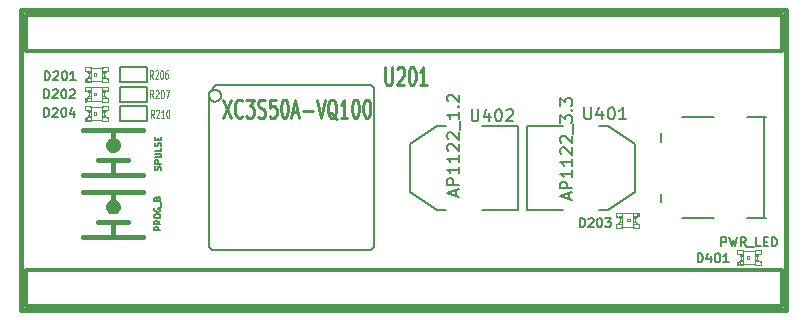
<source format=gto>
G04 (created by PCBNEW-RS274X (2012-01-19 BZR 3256)-stable) date Wed 20 Feb 2013 03:59:13 PM COT*
G01*
G70*
G90*
%MOIN*%
G04 Gerber Fmt 3.4, Leading zero omitted, Abs format*
%FSLAX34Y34*%
G04 APERTURE LIST*
%ADD10C,0.006000*%
%ADD11C,0.015000*%
%ADD12C,0.008000*%
%ADD13C,0.005000*%
%ADD14C,0.002600*%
%ADD15C,0.004000*%
%ADD16C,0.002000*%
%ADD17C,0.012000*%
%ADD18C,0.010000*%
%ADD19C,0.004500*%
%ADD20C,0.005200*%
G04 APERTURE END LIST*
G54D10*
G54D11*
X44250Y-31250D02*
X44250Y-21250D01*
X69750Y-31250D02*
X44250Y-31250D01*
X69750Y-21250D02*
X69750Y-31250D01*
X44250Y-21250D02*
X69750Y-21250D01*
G54D12*
X50900Y-24100D02*
X50896Y-24138D01*
X50884Y-24176D01*
X50866Y-24210D01*
X50841Y-24240D01*
X50811Y-24265D01*
X50777Y-24284D01*
X50740Y-24295D01*
X50701Y-24299D01*
X50663Y-24296D01*
X50626Y-24285D01*
X50591Y-24267D01*
X50561Y-24242D01*
X50535Y-24212D01*
X50517Y-24178D01*
X50505Y-24141D01*
X50501Y-24102D01*
X50504Y-24064D01*
X50515Y-24027D01*
X50532Y-23992D01*
X50557Y-23962D01*
X50586Y-23936D01*
X50620Y-23917D01*
X50658Y-23905D01*
X50696Y-23901D01*
X50734Y-23904D01*
X50772Y-23914D01*
X50807Y-23932D01*
X50837Y-23956D01*
X50863Y-23985D01*
X50882Y-24019D01*
X50895Y-24056D01*
X50899Y-24095D01*
X50900Y-24100D01*
X50750Y-23750D02*
X50500Y-24000D01*
X50600Y-29250D02*
X50500Y-29150D01*
X55900Y-29250D02*
X56000Y-29150D01*
X56000Y-23850D02*
X55900Y-23750D01*
X50500Y-24000D02*
X50500Y-29150D01*
X50600Y-29250D02*
X55900Y-29250D01*
X56000Y-29150D02*
X56000Y-23850D01*
X55900Y-23750D02*
X50750Y-23750D01*
G54D13*
X47550Y-23150D02*
X48450Y-23150D01*
X48450Y-23150D02*
X48450Y-23650D01*
X48450Y-23650D02*
X47550Y-23650D01*
X47550Y-23650D02*
X47550Y-23150D01*
X47550Y-23800D02*
X48450Y-23800D01*
X48450Y-23800D02*
X48450Y-24300D01*
X48450Y-24300D02*
X47550Y-24300D01*
X47550Y-24300D02*
X47550Y-23800D01*
G54D14*
X68304Y-29382D02*
X68304Y-29254D01*
X68304Y-29254D02*
X68107Y-29254D01*
X68107Y-29382D02*
X68107Y-29254D01*
X68304Y-29382D02*
X68107Y-29382D01*
X68304Y-29627D02*
X68304Y-29568D01*
X68304Y-29568D02*
X68205Y-29568D01*
X68205Y-29627D02*
X68205Y-29568D01*
X68304Y-29627D02*
X68205Y-29627D01*
X68304Y-29432D02*
X68304Y-29373D01*
X68304Y-29373D02*
X68205Y-29373D01*
X68205Y-29432D02*
X68205Y-29373D01*
X68304Y-29432D02*
X68205Y-29432D01*
X68304Y-29578D02*
X68304Y-29422D01*
X68304Y-29422D02*
X68235Y-29422D01*
X68235Y-29578D02*
X68235Y-29422D01*
X68304Y-29578D02*
X68235Y-29578D01*
X68893Y-29382D02*
X68893Y-29254D01*
X68893Y-29254D02*
X68696Y-29254D01*
X68696Y-29382D02*
X68696Y-29254D01*
X68893Y-29382D02*
X68696Y-29382D01*
X68893Y-29746D02*
X68893Y-29618D01*
X68893Y-29618D02*
X68696Y-29618D01*
X68696Y-29746D02*
X68696Y-29618D01*
X68893Y-29746D02*
X68696Y-29746D01*
X68795Y-29432D02*
X68795Y-29373D01*
X68795Y-29373D02*
X68696Y-29373D01*
X68696Y-29432D02*
X68696Y-29373D01*
X68795Y-29432D02*
X68696Y-29432D01*
X68795Y-29627D02*
X68795Y-29568D01*
X68795Y-29568D02*
X68696Y-29568D01*
X68696Y-29627D02*
X68696Y-29568D01*
X68795Y-29627D02*
X68696Y-29627D01*
X68765Y-29578D02*
X68765Y-29422D01*
X68765Y-29422D02*
X68696Y-29422D01*
X68696Y-29578D02*
X68696Y-29422D01*
X68765Y-29578D02*
X68696Y-29578D01*
X68500Y-29539D02*
X68500Y-29461D01*
X68500Y-29461D02*
X68422Y-29461D01*
X68422Y-29539D02*
X68422Y-29461D01*
X68500Y-29539D02*
X68422Y-29539D01*
X68304Y-29736D02*
X68304Y-29618D01*
X68304Y-29618D02*
X68186Y-29618D01*
X68186Y-29736D02*
X68186Y-29618D01*
X68304Y-29736D02*
X68186Y-29736D01*
X68136Y-29746D02*
X68136Y-29657D01*
X68136Y-29657D02*
X68107Y-29657D01*
X68107Y-29746D02*
X68107Y-29657D01*
X68136Y-29746D02*
X68107Y-29746D01*
G54D15*
X68294Y-29274D02*
X68706Y-29274D01*
X68696Y-29726D02*
X68136Y-29726D01*
G54D16*
X68194Y-29677D02*
X68193Y-29682D01*
X68191Y-29687D01*
X68189Y-29692D01*
X68185Y-29696D01*
X68181Y-29700D01*
X68176Y-29702D01*
X68171Y-29704D01*
X68166Y-29704D01*
X68161Y-29704D01*
X68156Y-29702D01*
X68151Y-29700D01*
X68147Y-29697D01*
X68143Y-29692D01*
X68141Y-29688D01*
X68139Y-29682D01*
X68139Y-29677D01*
X68139Y-29672D01*
X68140Y-29667D01*
X68143Y-29662D01*
X68146Y-29658D01*
X68151Y-29655D01*
X68155Y-29652D01*
X68160Y-29650D01*
X68166Y-29650D01*
X68170Y-29650D01*
X68176Y-29651D01*
X68181Y-29654D01*
X68185Y-29657D01*
X68188Y-29661D01*
X68191Y-29666D01*
X68193Y-29671D01*
X68193Y-29677D01*
X68194Y-29677D01*
G54D15*
X68107Y-29637D02*
X68118Y-29636D01*
X68130Y-29634D01*
X68142Y-29632D01*
X68153Y-29628D01*
X68164Y-29624D01*
X68175Y-29618D01*
X68185Y-29612D01*
X68195Y-29604D01*
X68203Y-29596D01*
X68211Y-29588D01*
X68219Y-29578D01*
X68225Y-29568D01*
X68231Y-29557D01*
X68235Y-29546D01*
X68239Y-29535D01*
X68241Y-29523D01*
X68243Y-29511D01*
X68244Y-29500D01*
X68243Y-29489D01*
X68241Y-29477D01*
X68239Y-29465D01*
X68235Y-29454D01*
X68231Y-29443D01*
X68225Y-29432D01*
X68219Y-29422D01*
X68211Y-29412D01*
X68203Y-29404D01*
X68195Y-29396D01*
X68185Y-29388D01*
X68175Y-29382D01*
X68164Y-29376D01*
X68153Y-29372D01*
X68142Y-29368D01*
X68130Y-29366D01*
X68118Y-29364D01*
X68107Y-29363D01*
X68893Y-29363D02*
X68882Y-29364D01*
X68870Y-29366D01*
X68858Y-29368D01*
X68847Y-29372D01*
X68836Y-29376D01*
X68825Y-29382D01*
X68815Y-29388D01*
X68805Y-29396D01*
X68797Y-29404D01*
X68789Y-29412D01*
X68781Y-29422D01*
X68775Y-29432D01*
X68769Y-29443D01*
X68765Y-29454D01*
X68761Y-29465D01*
X68759Y-29477D01*
X68757Y-29489D01*
X68756Y-29500D01*
X68757Y-29511D01*
X68759Y-29523D01*
X68761Y-29535D01*
X68765Y-29546D01*
X68769Y-29557D01*
X68775Y-29568D01*
X68781Y-29578D01*
X68789Y-29588D01*
X68797Y-29596D01*
X68805Y-29604D01*
X68815Y-29612D01*
X68825Y-29618D01*
X68836Y-29624D01*
X68847Y-29628D01*
X68858Y-29632D01*
X68870Y-29634D01*
X68882Y-29636D01*
X68893Y-29637D01*
G54D13*
X65552Y-27656D02*
X65552Y-27364D01*
X65564Y-25650D02*
X65564Y-25350D01*
X66260Y-28192D02*
X67320Y-28192D01*
X66260Y-24808D02*
X67320Y-24808D01*
X68996Y-28188D02*
X68996Y-24804D01*
X68420Y-28192D02*
X69080Y-28192D01*
X68420Y-24808D02*
X69080Y-24808D01*
G54D12*
X62300Y-25100D02*
X61100Y-25100D01*
X61100Y-25100D02*
X61100Y-27900D01*
X61100Y-27900D02*
X62300Y-27900D01*
X63500Y-25100D02*
X63800Y-25100D01*
X63800Y-25100D02*
X64700Y-25700D01*
X64700Y-25700D02*
X64700Y-27300D01*
X64700Y-27300D02*
X63800Y-27900D01*
X63800Y-27900D02*
X63500Y-27900D01*
X59600Y-27900D02*
X60800Y-27900D01*
X60800Y-27900D02*
X60800Y-25100D01*
X60800Y-25100D02*
X59600Y-25100D01*
X58400Y-27900D02*
X58100Y-27900D01*
X58100Y-27900D02*
X57200Y-27300D01*
X57200Y-27300D02*
X57200Y-25700D01*
X57200Y-25700D02*
X58100Y-25100D01*
X58100Y-25100D02*
X58400Y-25100D01*
G54D14*
X46554Y-23282D02*
X46554Y-23154D01*
X46554Y-23154D02*
X46357Y-23154D01*
X46357Y-23282D02*
X46357Y-23154D01*
X46554Y-23282D02*
X46357Y-23282D01*
X46554Y-23527D02*
X46554Y-23468D01*
X46554Y-23468D02*
X46455Y-23468D01*
X46455Y-23527D02*
X46455Y-23468D01*
X46554Y-23527D02*
X46455Y-23527D01*
X46554Y-23332D02*
X46554Y-23273D01*
X46554Y-23273D02*
X46455Y-23273D01*
X46455Y-23332D02*
X46455Y-23273D01*
X46554Y-23332D02*
X46455Y-23332D01*
X46554Y-23478D02*
X46554Y-23322D01*
X46554Y-23322D02*
X46485Y-23322D01*
X46485Y-23478D02*
X46485Y-23322D01*
X46554Y-23478D02*
X46485Y-23478D01*
X47143Y-23282D02*
X47143Y-23154D01*
X47143Y-23154D02*
X46946Y-23154D01*
X46946Y-23282D02*
X46946Y-23154D01*
X47143Y-23282D02*
X46946Y-23282D01*
X47143Y-23646D02*
X47143Y-23518D01*
X47143Y-23518D02*
X46946Y-23518D01*
X46946Y-23646D02*
X46946Y-23518D01*
X47143Y-23646D02*
X46946Y-23646D01*
X47045Y-23332D02*
X47045Y-23273D01*
X47045Y-23273D02*
X46946Y-23273D01*
X46946Y-23332D02*
X46946Y-23273D01*
X47045Y-23332D02*
X46946Y-23332D01*
X47045Y-23527D02*
X47045Y-23468D01*
X47045Y-23468D02*
X46946Y-23468D01*
X46946Y-23527D02*
X46946Y-23468D01*
X47045Y-23527D02*
X46946Y-23527D01*
X47015Y-23478D02*
X47015Y-23322D01*
X47015Y-23322D02*
X46946Y-23322D01*
X46946Y-23478D02*
X46946Y-23322D01*
X47015Y-23478D02*
X46946Y-23478D01*
X46750Y-23439D02*
X46750Y-23361D01*
X46750Y-23361D02*
X46672Y-23361D01*
X46672Y-23439D02*
X46672Y-23361D01*
X46750Y-23439D02*
X46672Y-23439D01*
X46554Y-23636D02*
X46554Y-23518D01*
X46554Y-23518D02*
X46436Y-23518D01*
X46436Y-23636D02*
X46436Y-23518D01*
X46554Y-23636D02*
X46436Y-23636D01*
X46386Y-23646D02*
X46386Y-23557D01*
X46386Y-23557D02*
X46357Y-23557D01*
X46357Y-23646D02*
X46357Y-23557D01*
X46386Y-23646D02*
X46357Y-23646D01*
G54D15*
X46544Y-23174D02*
X46956Y-23174D01*
X46946Y-23626D02*
X46386Y-23626D01*
G54D16*
X46444Y-23577D02*
X46443Y-23582D01*
X46441Y-23587D01*
X46439Y-23592D01*
X46435Y-23596D01*
X46431Y-23600D01*
X46426Y-23602D01*
X46421Y-23604D01*
X46416Y-23604D01*
X46411Y-23604D01*
X46406Y-23602D01*
X46401Y-23600D01*
X46397Y-23597D01*
X46393Y-23592D01*
X46391Y-23588D01*
X46389Y-23582D01*
X46389Y-23577D01*
X46389Y-23572D01*
X46390Y-23567D01*
X46393Y-23562D01*
X46396Y-23558D01*
X46401Y-23555D01*
X46405Y-23552D01*
X46410Y-23550D01*
X46416Y-23550D01*
X46420Y-23550D01*
X46426Y-23551D01*
X46431Y-23554D01*
X46435Y-23557D01*
X46438Y-23561D01*
X46441Y-23566D01*
X46443Y-23571D01*
X46443Y-23577D01*
X46444Y-23577D01*
G54D15*
X46357Y-23537D02*
X46368Y-23536D01*
X46380Y-23534D01*
X46392Y-23532D01*
X46403Y-23528D01*
X46414Y-23524D01*
X46425Y-23518D01*
X46435Y-23512D01*
X46445Y-23504D01*
X46453Y-23496D01*
X46461Y-23488D01*
X46469Y-23478D01*
X46475Y-23468D01*
X46481Y-23457D01*
X46485Y-23446D01*
X46489Y-23435D01*
X46491Y-23423D01*
X46493Y-23411D01*
X46494Y-23400D01*
X46493Y-23389D01*
X46491Y-23377D01*
X46489Y-23365D01*
X46485Y-23354D01*
X46481Y-23343D01*
X46475Y-23332D01*
X46469Y-23322D01*
X46461Y-23312D01*
X46453Y-23304D01*
X46445Y-23296D01*
X46435Y-23288D01*
X46425Y-23282D01*
X46414Y-23276D01*
X46403Y-23272D01*
X46392Y-23268D01*
X46380Y-23266D01*
X46368Y-23264D01*
X46357Y-23263D01*
X47143Y-23263D02*
X47132Y-23264D01*
X47120Y-23266D01*
X47108Y-23268D01*
X47097Y-23272D01*
X47086Y-23276D01*
X47075Y-23282D01*
X47065Y-23288D01*
X47055Y-23296D01*
X47047Y-23304D01*
X47039Y-23312D01*
X47031Y-23322D01*
X47025Y-23332D01*
X47019Y-23343D01*
X47015Y-23354D01*
X47011Y-23365D01*
X47009Y-23377D01*
X47007Y-23389D01*
X47006Y-23400D01*
X47007Y-23411D01*
X47009Y-23423D01*
X47011Y-23435D01*
X47015Y-23446D01*
X47019Y-23457D01*
X47025Y-23468D01*
X47031Y-23478D01*
X47039Y-23488D01*
X47047Y-23496D01*
X47055Y-23504D01*
X47065Y-23512D01*
X47075Y-23518D01*
X47086Y-23524D01*
X47097Y-23528D01*
X47108Y-23532D01*
X47120Y-23534D01*
X47132Y-23536D01*
X47143Y-23537D01*
G54D14*
X46554Y-23932D02*
X46554Y-23804D01*
X46554Y-23804D02*
X46357Y-23804D01*
X46357Y-23932D02*
X46357Y-23804D01*
X46554Y-23932D02*
X46357Y-23932D01*
X46554Y-24177D02*
X46554Y-24118D01*
X46554Y-24118D02*
X46455Y-24118D01*
X46455Y-24177D02*
X46455Y-24118D01*
X46554Y-24177D02*
X46455Y-24177D01*
X46554Y-23982D02*
X46554Y-23923D01*
X46554Y-23923D02*
X46455Y-23923D01*
X46455Y-23982D02*
X46455Y-23923D01*
X46554Y-23982D02*
X46455Y-23982D01*
X46554Y-24128D02*
X46554Y-23972D01*
X46554Y-23972D02*
X46485Y-23972D01*
X46485Y-24128D02*
X46485Y-23972D01*
X46554Y-24128D02*
X46485Y-24128D01*
X47143Y-23932D02*
X47143Y-23804D01*
X47143Y-23804D02*
X46946Y-23804D01*
X46946Y-23932D02*
X46946Y-23804D01*
X47143Y-23932D02*
X46946Y-23932D01*
X47143Y-24296D02*
X47143Y-24168D01*
X47143Y-24168D02*
X46946Y-24168D01*
X46946Y-24296D02*
X46946Y-24168D01*
X47143Y-24296D02*
X46946Y-24296D01*
X47045Y-23982D02*
X47045Y-23923D01*
X47045Y-23923D02*
X46946Y-23923D01*
X46946Y-23982D02*
X46946Y-23923D01*
X47045Y-23982D02*
X46946Y-23982D01*
X47045Y-24177D02*
X47045Y-24118D01*
X47045Y-24118D02*
X46946Y-24118D01*
X46946Y-24177D02*
X46946Y-24118D01*
X47045Y-24177D02*
X46946Y-24177D01*
X47015Y-24128D02*
X47015Y-23972D01*
X47015Y-23972D02*
X46946Y-23972D01*
X46946Y-24128D02*
X46946Y-23972D01*
X47015Y-24128D02*
X46946Y-24128D01*
X46750Y-24089D02*
X46750Y-24011D01*
X46750Y-24011D02*
X46672Y-24011D01*
X46672Y-24089D02*
X46672Y-24011D01*
X46750Y-24089D02*
X46672Y-24089D01*
X46554Y-24286D02*
X46554Y-24168D01*
X46554Y-24168D02*
X46436Y-24168D01*
X46436Y-24286D02*
X46436Y-24168D01*
X46554Y-24286D02*
X46436Y-24286D01*
X46386Y-24296D02*
X46386Y-24207D01*
X46386Y-24207D02*
X46357Y-24207D01*
X46357Y-24296D02*
X46357Y-24207D01*
X46386Y-24296D02*
X46357Y-24296D01*
G54D15*
X46544Y-23824D02*
X46956Y-23824D01*
X46946Y-24276D02*
X46386Y-24276D01*
G54D16*
X46444Y-24227D02*
X46443Y-24232D01*
X46441Y-24237D01*
X46439Y-24242D01*
X46435Y-24246D01*
X46431Y-24250D01*
X46426Y-24252D01*
X46421Y-24254D01*
X46416Y-24254D01*
X46411Y-24254D01*
X46406Y-24252D01*
X46401Y-24250D01*
X46397Y-24247D01*
X46393Y-24242D01*
X46391Y-24238D01*
X46389Y-24232D01*
X46389Y-24227D01*
X46389Y-24222D01*
X46390Y-24217D01*
X46393Y-24212D01*
X46396Y-24208D01*
X46401Y-24205D01*
X46405Y-24202D01*
X46410Y-24200D01*
X46416Y-24200D01*
X46420Y-24200D01*
X46426Y-24201D01*
X46431Y-24204D01*
X46435Y-24207D01*
X46438Y-24211D01*
X46441Y-24216D01*
X46443Y-24221D01*
X46443Y-24227D01*
X46444Y-24227D01*
G54D15*
X46357Y-24187D02*
X46368Y-24186D01*
X46380Y-24184D01*
X46392Y-24182D01*
X46403Y-24178D01*
X46414Y-24174D01*
X46425Y-24168D01*
X46435Y-24162D01*
X46445Y-24154D01*
X46453Y-24146D01*
X46461Y-24138D01*
X46469Y-24128D01*
X46475Y-24118D01*
X46481Y-24107D01*
X46485Y-24096D01*
X46489Y-24085D01*
X46491Y-24073D01*
X46493Y-24061D01*
X46494Y-24050D01*
X46493Y-24039D01*
X46491Y-24027D01*
X46489Y-24015D01*
X46485Y-24004D01*
X46481Y-23993D01*
X46475Y-23982D01*
X46469Y-23972D01*
X46461Y-23962D01*
X46453Y-23954D01*
X46445Y-23946D01*
X46435Y-23938D01*
X46425Y-23932D01*
X46414Y-23926D01*
X46403Y-23922D01*
X46392Y-23918D01*
X46380Y-23916D01*
X46368Y-23914D01*
X46357Y-23913D01*
X47143Y-23913D02*
X47132Y-23914D01*
X47120Y-23916D01*
X47108Y-23918D01*
X47097Y-23922D01*
X47086Y-23926D01*
X47075Y-23932D01*
X47065Y-23938D01*
X47055Y-23946D01*
X47047Y-23954D01*
X47039Y-23962D01*
X47031Y-23972D01*
X47025Y-23982D01*
X47019Y-23993D01*
X47015Y-24004D01*
X47011Y-24015D01*
X47009Y-24027D01*
X47007Y-24039D01*
X47006Y-24050D01*
X47007Y-24061D01*
X47009Y-24073D01*
X47011Y-24085D01*
X47015Y-24096D01*
X47019Y-24107D01*
X47025Y-24118D01*
X47031Y-24128D01*
X47039Y-24138D01*
X47047Y-24146D01*
X47055Y-24154D01*
X47065Y-24162D01*
X47075Y-24168D01*
X47086Y-24174D01*
X47097Y-24178D01*
X47108Y-24182D01*
X47120Y-24184D01*
X47132Y-24186D01*
X47143Y-24187D01*
G54D14*
X64646Y-28368D02*
X64646Y-28496D01*
X64646Y-28496D02*
X64843Y-28496D01*
X64843Y-28368D02*
X64843Y-28496D01*
X64646Y-28368D02*
X64843Y-28368D01*
X64646Y-28123D02*
X64646Y-28182D01*
X64646Y-28182D02*
X64745Y-28182D01*
X64745Y-28123D02*
X64745Y-28182D01*
X64646Y-28123D02*
X64745Y-28123D01*
X64646Y-28318D02*
X64646Y-28377D01*
X64646Y-28377D02*
X64745Y-28377D01*
X64745Y-28318D02*
X64745Y-28377D01*
X64646Y-28318D02*
X64745Y-28318D01*
X64646Y-28172D02*
X64646Y-28328D01*
X64646Y-28328D02*
X64715Y-28328D01*
X64715Y-28172D02*
X64715Y-28328D01*
X64646Y-28172D02*
X64715Y-28172D01*
X64057Y-28368D02*
X64057Y-28496D01*
X64057Y-28496D02*
X64254Y-28496D01*
X64254Y-28368D02*
X64254Y-28496D01*
X64057Y-28368D02*
X64254Y-28368D01*
X64057Y-28004D02*
X64057Y-28132D01*
X64057Y-28132D02*
X64254Y-28132D01*
X64254Y-28004D02*
X64254Y-28132D01*
X64057Y-28004D02*
X64254Y-28004D01*
X64155Y-28318D02*
X64155Y-28377D01*
X64155Y-28377D02*
X64254Y-28377D01*
X64254Y-28318D02*
X64254Y-28377D01*
X64155Y-28318D02*
X64254Y-28318D01*
X64155Y-28123D02*
X64155Y-28182D01*
X64155Y-28182D02*
X64254Y-28182D01*
X64254Y-28123D02*
X64254Y-28182D01*
X64155Y-28123D02*
X64254Y-28123D01*
X64185Y-28172D02*
X64185Y-28328D01*
X64185Y-28328D02*
X64254Y-28328D01*
X64254Y-28172D02*
X64254Y-28328D01*
X64185Y-28172D02*
X64254Y-28172D01*
X64450Y-28211D02*
X64450Y-28289D01*
X64450Y-28289D02*
X64528Y-28289D01*
X64528Y-28211D02*
X64528Y-28289D01*
X64450Y-28211D02*
X64528Y-28211D01*
X64646Y-28014D02*
X64646Y-28132D01*
X64646Y-28132D02*
X64764Y-28132D01*
X64764Y-28014D02*
X64764Y-28132D01*
X64646Y-28014D02*
X64764Y-28014D01*
X64814Y-28004D02*
X64814Y-28093D01*
X64814Y-28093D02*
X64843Y-28093D01*
X64843Y-28004D02*
X64843Y-28093D01*
X64814Y-28004D02*
X64843Y-28004D01*
G54D15*
X64656Y-28476D02*
X64244Y-28476D01*
X64254Y-28024D02*
X64814Y-28024D01*
G54D16*
X64812Y-28073D02*
X64811Y-28078D01*
X64809Y-28083D01*
X64807Y-28088D01*
X64803Y-28092D01*
X64799Y-28096D01*
X64794Y-28098D01*
X64789Y-28100D01*
X64784Y-28100D01*
X64779Y-28100D01*
X64774Y-28098D01*
X64769Y-28096D01*
X64765Y-28093D01*
X64761Y-28088D01*
X64759Y-28084D01*
X64757Y-28078D01*
X64757Y-28073D01*
X64757Y-28068D01*
X64758Y-28063D01*
X64761Y-28058D01*
X64764Y-28054D01*
X64769Y-28051D01*
X64773Y-28048D01*
X64778Y-28046D01*
X64784Y-28046D01*
X64788Y-28046D01*
X64794Y-28047D01*
X64799Y-28050D01*
X64803Y-28053D01*
X64806Y-28057D01*
X64809Y-28062D01*
X64811Y-28067D01*
X64811Y-28073D01*
X64812Y-28073D01*
G54D15*
X64843Y-28113D02*
X64832Y-28114D01*
X64820Y-28116D01*
X64808Y-28118D01*
X64797Y-28122D01*
X64786Y-28126D01*
X64775Y-28132D01*
X64765Y-28138D01*
X64755Y-28146D01*
X64747Y-28154D01*
X64739Y-28162D01*
X64731Y-28172D01*
X64725Y-28182D01*
X64719Y-28193D01*
X64715Y-28204D01*
X64711Y-28215D01*
X64709Y-28227D01*
X64707Y-28239D01*
X64706Y-28250D01*
X64707Y-28261D01*
X64709Y-28273D01*
X64711Y-28285D01*
X64715Y-28296D01*
X64719Y-28307D01*
X64725Y-28318D01*
X64731Y-28328D01*
X64739Y-28338D01*
X64747Y-28346D01*
X64755Y-28354D01*
X64765Y-28362D01*
X64775Y-28368D01*
X64786Y-28374D01*
X64797Y-28378D01*
X64808Y-28382D01*
X64820Y-28384D01*
X64832Y-28386D01*
X64843Y-28387D01*
X64057Y-28387D02*
X64068Y-28386D01*
X64080Y-28384D01*
X64092Y-28382D01*
X64103Y-28378D01*
X64114Y-28374D01*
X64125Y-28368D01*
X64135Y-28362D01*
X64145Y-28354D01*
X64153Y-28346D01*
X64161Y-28338D01*
X64169Y-28328D01*
X64175Y-28318D01*
X64181Y-28307D01*
X64185Y-28296D01*
X64189Y-28285D01*
X64191Y-28273D01*
X64193Y-28261D01*
X64194Y-28250D01*
X64193Y-28239D01*
X64191Y-28227D01*
X64189Y-28215D01*
X64185Y-28204D01*
X64181Y-28193D01*
X64175Y-28182D01*
X64169Y-28172D01*
X64161Y-28162D01*
X64153Y-28154D01*
X64145Y-28146D01*
X64135Y-28138D01*
X64125Y-28132D01*
X64114Y-28126D01*
X64103Y-28122D01*
X64092Y-28118D01*
X64080Y-28116D01*
X64068Y-28114D01*
X64057Y-28113D01*
G54D17*
X69600Y-22600D02*
X44400Y-22600D01*
X69600Y-22600D02*
X69600Y-21400D01*
X69600Y-21400D02*
X44400Y-21400D01*
X44400Y-22600D02*
X44400Y-21400D01*
X69600Y-31100D02*
X44400Y-31100D01*
X69600Y-31100D02*
X69600Y-29900D01*
X69600Y-29900D02*
X44400Y-29900D01*
X44400Y-31100D02*
X44400Y-29900D01*
G54D13*
X47550Y-24450D02*
X48450Y-24450D01*
X48450Y-24450D02*
X48450Y-24950D01*
X48450Y-24950D02*
X47550Y-24950D01*
X47550Y-24950D02*
X47550Y-24450D01*
G54D14*
X46554Y-24582D02*
X46554Y-24454D01*
X46554Y-24454D02*
X46357Y-24454D01*
X46357Y-24582D02*
X46357Y-24454D01*
X46554Y-24582D02*
X46357Y-24582D01*
X46554Y-24827D02*
X46554Y-24768D01*
X46554Y-24768D02*
X46455Y-24768D01*
X46455Y-24827D02*
X46455Y-24768D01*
X46554Y-24827D02*
X46455Y-24827D01*
X46554Y-24632D02*
X46554Y-24573D01*
X46554Y-24573D02*
X46455Y-24573D01*
X46455Y-24632D02*
X46455Y-24573D01*
X46554Y-24632D02*
X46455Y-24632D01*
X46554Y-24778D02*
X46554Y-24622D01*
X46554Y-24622D02*
X46485Y-24622D01*
X46485Y-24778D02*
X46485Y-24622D01*
X46554Y-24778D02*
X46485Y-24778D01*
X47143Y-24582D02*
X47143Y-24454D01*
X47143Y-24454D02*
X46946Y-24454D01*
X46946Y-24582D02*
X46946Y-24454D01*
X47143Y-24582D02*
X46946Y-24582D01*
X47143Y-24946D02*
X47143Y-24818D01*
X47143Y-24818D02*
X46946Y-24818D01*
X46946Y-24946D02*
X46946Y-24818D01*
X47143Y-24946D02*
X46946Y-24946D01*
X47045Y-24632D02*
X47045Y-24573D01*
X47045Y-24573D02*
X46946Y-24573D01*
X46946Y-24632D02*
X46946Y-24573D01*
X47045Y-24632D02*
X46946Y-24632D01*
X47045Y-24827D02*
X47045Y-24768D01*
X47045Y-24768D02*
X46946Y-24768D01*
X46946Y-24827D02*
X46946Y-24768D01*
X47045Y-24827D02*
X46946Y-24827D01*
X47015Y-24778D02*
X47015Y-24622D01*
X47015Y-24622D02*
X46946Y-24622D01*
X46946Y-24778D02*
X46946Y-24622D01*
X47015Y-24778D02*
X46946Y-24778D01*
X46750Y-24739D02*
X46750Y-24661D01*
X46750Y-24661D02*
X46672Y-24661D01*
X46672Y-24739D02*
X46672Y-24661D01*
X46750Y-24739D02*
X46672Y-24739D01*
X46554Y-24936D02*
X46554Y-24818D01*
X46554Y-24818D02*
X46436Y-24818D01*
X46436Y-24936D02*
X46436Y-24818D01*
X46554Y-24936D02*
X46436Y-24936D01*
X46386Y-24946D02*
X46386Y-24857D01*
X46386Y-24857D02*
X46357Y-24857D01*
X46357Y-24946D02*
X46357Y-24857D01*
X46386Y-24946D02*
X46357Y-24946D01*
G54D15*
X46544Y-24474D02*
X46956Y-24474D01*
X46946Y-24926D02*
X46386Y-24926D01*
G54D16*
X46444Y-24877D02*
X46443Y-24882D01*
X46441Y-24887D01*
X46439Y-24892D01*
X46435Y-24896D01*
X46431Y-24900D01*
X46426Y-24902D01*
X46421Y-24904D01*
X46416Y-24904D01*
X46411Y-24904D01*
X46406Y-24902D01*
X46401Y-24900D01*
X46397Y-24897D01*
X46393Y-24892D01*
X46391Y-24888D01*
X46389Y-24882D01*
X46389Y-24877D01*
X46389Y-24872D01*
X46390Y-24867D01*
X46393Y-24862D01*
X46396Y-24858D01*
X46401Y-24855D01*
X46405Y-24852D01*
X46410Y-24850D01*
X46416Y-24850D01*
X46420Y-24850D01*
X46426Y-24851D01*
X46431Y-24854D01*
X46435Y-24857D01*
X46438Y-24861D01*
X46441Y-24866D01*
X46443Y-24871D01*
X46443Y-24877D01*
X46444Y-24877D01*
G54D15*
X46357Y-24837D02*
X46368Y-24836D01*
X46380Y-24834D01*
X46392Y-24832D01*
X46403Y-24828D01*
X46414Y-24824D01*
X46425Y-24818D01*
X46435Y-24812D01*
X46445Y-24804D01*
X46453Y-24796D01*
X46461Y-24788D01*
X46469Y-24778D01*
X46475Y-24768D01*
X46481Y-24757D01*
X46485Y-24746D01*
X46489Y-24735D01*
X46491Y-24723D01*
X46493Y-24711D01*
X46494Y-24700D01*
X46493Y-24689D01*
X46491Y-24677D01*
X46489Y-24665D01*
X46485Y-24654D01*
X46481Y-24643D01*
X46475Y-24632D01*
X46469Y-24622D01*
X46461Y-24612D01*
X46453Y-24604D01*
X46445Y-24596D01*
X46435Y-24588D01*
X46425Y-24582D01*
X46414Y-24576D01*
X46403Y-24572D01*
X46392Y-24568D01*
X46380Y-24566D01*
X46368Y-24564D01*
X46357Y-24563D01*
X47143Y-24563D02*
X47132Y-24564D01*
X47120Y-24566D01*
X47108Y-24568D01*
X47097Y-24572D01*
X47086Y-24576D01*
X47075Y-24582D01*
X47065Y-24588D01*
X47055Y-24596D01*
X47047Y-24604D01*
X47039Y-24612D01*
X47031Y-24622D01*
X47025Y-24632D01*
X47019Y-24643D01*
X47015Y-24654D01*
X47011Y-24665D01*
X47009Y-24677D01*
X47007Y-24689D01*
X47006Y-24700D01*
X47007Y-24711D01*
X47009Y-24723D01*
X47011Y-24735D01*
X47015Y-24746D01*
X47019Y-24757D01*
X47025Y-24768D01*
X47031Y-24778D01*
X47039Y-24788D01*
X47047Y-24796D01*
X47055Y-24804D01*
X47065Y-24812D01*
X47075Y-24818D01*
X47086Y-24824D01*
X47097Y-24828D01*
X47108Y-24832D01*
X47120Y-24834D01*
X47132Y-24836D01*
X47143Y-24837D01*
G54D11*
X47458Y-25750D02*
X47454Y-25780D01*
X47446Y-25810D01*
X47431Y-25837D01*
X47412Y-25861D01*
X47388Y-25880D01*
X47361Y-25895D01*
X47331Y-25904D01*
X47301Y-25907D01*
X47271Y-25905D01*
X47241Y-25896D01*
X47214Y-25882D01*
X47190Y-25862D01*
X47170Y-25839D01*
X47155Y-25812D01*
X47146Y-25782D01*
X47143Y-25752D01*
X47145Y-25722D01*
X47154Y-25692D01*
X47168Y-25665D01*
X47187Y-25641D01*
X47210Y-25621D01*
X47237Y-25606D01*
X47267Y-25596D01*
X47297Y-25593D01*
X47327Y-25595D01*
X47357Y-25603D01*
X47384Y-25617D01*
X47408Y-25636D01*
X47429Y-25659D01*
X47444Y-25686D01*
X47454Y-25715D01*
X47457Y-25746D01*
X47458Y-25750D01*
X46800Y-26250D02*
X47800Y-26250D01*
X47300Y-25250D02*
X47300Y-25750D01*
X47300Y-26750D02*
X47300Y-26250D01*
X46300Y-25250D02*
X48300Y-25250D01*
X46300Y-26750D02*
X48300Y-26750D01*
X47458Y-27800D02*
X47454Y-27830D01*
X47446Y-27860D01*
X47431Y-27887D01*
X47412Y-27911D01*
X47388Y-27930D01*
X47361Y-27945D01*
X47331Y-27954D01*
X47301Y-27957D01*
X47271Y-27955D01*
X47241Y-27946D01*
X47214Y-27932D01*
X47190Y-27912D01*
X47170Y-27889D01*
X47155Y-27862D01*
X47146Y-27832D01*
X47143Y-27802D01*
X47145Y-27772D01*
X47154Y-27742D01*
X47168Y-27715D01*
X47187Y-27691D01*
X47210Y-27671D01*
X47237Y-27656D01*
X47267Y-27646D01*
X47297Y-27643D01*
X47327Y-27645D01*
X47357Y-27653D01*
X47384Y-27667D01*
X47408Y-27686D01*
X47429Y-27709D01*
X47444Y-27736D01*
X47454Y-27765D01*
X47457Y-27796D01*
X47458Y-27800D01*
X46800Y-28300D02*
X47800Y-28300D01*
X47300Y-27300D02*
X47300Y-27800D01*
X47300Y-28800D02*
X47300Y-28300D01*
X46300Y-27300D02*
X48300Y-27300D01*
X46300Y-28800D02*
X48300Y-28800D01*
G54D18*
X56374Y-23143D02*
X56374Y-23629D01*
X56393Y-23686D01*
X56412Y-23714D01*
X56450Y-23743D01*
X56527Y-23743D01*
X56565Y-23714D01*
X56584Y-23686D01*
X56603Y-23629D01*
X56603Y-23143D01*
X56774Y-23200D02*
X56793Y-23171D01*
X56831Y-23143D01*
X56927Y-23143D01*
X56965Y-23171D01*
X56984Y-23200D01*
X57003Y-23257D01*
X57003Y-23314D01*
X56984Y-23400D01*
X56755Y-23743D01*
X57003Y-23743D01*
X57250Y-23143D02*
X57289Y-23143D01*
X57327Y-23171D01*
X57346Y-23200D01*
X57365Y-23257D01*
X57384Y-23371D01*
X57384Y-23514D01*
X57365Y-23629D01*
X57346Y-23686D01*
X57327Y-23714D01*
X57289Y-23743D01*
X57250Y-23743D01*
X57212Y-23714D01*
X57193Y-23686D01*
X57174Y-23629D01*
X57155Y-23514D01*
X57155Y-23371D01*
X57174Y-23257D01*
X57193Y-23200D01*
X57212Y-23171D01*
X57250Y-23143D01*
X57765Y-23743D02*
X57536Y-23743D01*
X57650Y-23743D02*
X57650Y-23143D01*
X57612Y-23229D01*
X57574Y-23286D01*
X57536Y-23314D01*
X50963Y-24233D02*
X51230Y-24833D01*
X51230Y-24233D02*
X50963Y-24833D01*
X51611Y-24776D02*
X51592Y-24804D01*
X51535Y-24833D01*
X51497Y-24833D01*
X51439Y-24804D01*
X51401Y-24747D01*
X51382Y-24690D01*
X51363Y-24576D01*
X51363Y-24490D01*
X51382Y-24376D01*
X51401Y-24319D01*
X51439Y-24261D01*
X51497Y-24233D01*
X51535Y-24233D01*
X51592Y-24261D01*
X51611Y-24290D01*
X51744Y-24233D02*
X51992Y-24233D01*
X51858Y-24461D01*
X51916Y-24461D01*
X51954Y-24490D01*
X51973Y-24519D01*
X51992Y-24576D01*
X51992Y-24719D01*
X51973Y-24776D01*
X51954Y-24804D01*
X51916Y-24833D01*
X51801Y-24833D01*
X51763Y-24804D01*
X51744Y-24776D01*
X52144Y-24804D02*
X52201Y-24833D01*
X52297Y-24833D01*
X52335Y-24804D01*
X52354Y-24776D01*
X52373Y-24719D01*
X52373Y-24661D01*
X52354Y-24604D01*
X52335Y-24576D01*
X52297Y-24547D01*
X52220Y-24519D01*
X52182Y-24490D01*
X52163Y-24461D01*
X52144Y-24404D01*
X52144Y-24347D01*
X52163Y-24290D01*
X52182Y-24261D01*
X52220Y-24233D01*
X52316Y-24233D01*
X52373Y-24261D01*
X52735Y-24233D02*
X52544Y-24233D01*
X52525Y-24519D01*
X52544Y-24490D01*
X52582Y-24461D01*
X52678Y-24461D01*
X52716Y-24490D01*
X52735Y-24519D01*
X52754Y-24576D01*
X52754Y-24719D01*
X52735Y-24776D01*
X52716Y-24804D01*
X52678Y-24833D01*
X52582Y-24833D01*
X52544Y-24804D01*
X52525Y-24776D01*
X53001Y-24233D02*
X53040Y-24233D01*
X53078Y-24261D01*
X53097Y-24290D01*
X53116Y-24347D01*
X53135Y-24461D01*
X53135Y-24604D01*
X53116Y-24719D01*
X53097Y-24776D01*
X53078Y-24804D01*
X53040Y-24833D01*
X53001Y-24833D01*
X52963Y-24804D01*
X52944Y-24776D01*
X52925Y-24719D01*
X52906Y-24604D01*
X52906Y-24461D01*
X52925Y-24347D01*
X52944Y-24290D01*
X52963Y-24261D01*
X53001Y-24233D01*
X53287Y-24661D02*
X53478Y-24661D01*
X53249Y-24833D02*
X53382Y-24233D01*
X53516Y-24833D01*
X53649Y-24604D02*
X53954Y-24604D01*
X54087Y-24233D02*
X54220Y-24833D01*
X54354Y-24233D01*
X54754Y-24890D02*
X54716Y-24861D01*
X54678Y-24804D01*
X54621Y-24719D01*
X54582Y-24690D01*
X54544Y-24690D01*
X54563Y-24833D02*
X54525Y-24804D01*
X54487Y-24747D01*
X54468Y-24633D01*
X54468Y-24433D01*
X54487Y-24319D01*
X54525Y-24261D01*
X54563Y-24233D01*
X54640Y-24233D01*
X54678Y-24261D01*
X54716Y-24319D01*
X54735Y-24433D01*
X54735Y-24633D01*
X54716Y-24747D01*
X54678Y-24804D01*
X54640Y-24833D01*
X54563Y-24833D01*
X55116Y-24833D02*
X54887Y-24833D01*
X55001Y-24833D02*
X55001Y-24233D01*
X54963Y-24319D01*
X54925Y-24376D01*
X54887Y-24404D01*
X55363Y-24233D02*
X55402Y-24233D01*
X55440Y-24261D01*
X55459Y-24290D01*
X55478Y-24347D01*
X55497Y-24461D01*
X55497Y-24604D01*
X55478Y-24719D01*
X55459Y-24776D01*
X55440Y-24804D01*
X55402Y-24833D01*
X55363Y-24833D01*
X55325Y-24804D01*
X55306Y-24776D01*
X55287Y-24719D01*
X55268Y-24604D01*
X55268Y-24461D01*
X55287Y-24347D01*
X55306Y-24290D01*
X55325Y-24261D01*
X55363Y-24233D01*
X55744Y-24233D02*
X55783Y-24233D01*
X55821Y-24261D01*
X55840Y-24290D01*
X55859Y-24347D01*
X55878Y-24461D01*
X55878Y-24604D01*
X55859Y-24719D01*
X55840Y-24776D01*
X55821Y-24804D01*
X55783Y-24833D01*
X55744Y-24833D01*
X55706Y-24804D01*
X55687Y-24776D01*
X55668Y-24719D01*
X55649Y-24604D01*
X55649Y-24461D01*
X55668Y-24347D01*
X55687Y-24290D01*
X55706Y-24261D01*
X55744Y-24233D01*
G54D19*
X48630Y-23533D02*
X48570Y-23400D01*
X48527Y-23533D02*
X48527Y-23253D01*
X48595Y-23253D01*
X48613Y-23267D01*
X48621Y-23280D01*
X48630Y-23307D01*
X48630Y-23347D01*
X48621Y-23373D01*
X48613Y-23387D01*
X48595Y-23400D01*
X48527Y-23400D01*
X48698Y-23280D02*
X48707Y-23267D01*
X48724Y-23253D01*
X48767Y-23253D01*
X48784Y-23267D01*
X48793Y-23280D01*
X48801Y-23307D01*
X48801Y-23333D01*
X48793Y-23373D01*
X48690Y-23533D01*
X48801Y-23533D01*
X48912Y-23253D02*
X48929Y-23253D01*
X48946Y-23267D01*
X48955Y-23280D01*
X48964Y-23307D01*
X48972Y-23360D01*
X48972Y-23427D01*
X48964Y-23480D01*
X48955Y-23507D01*
X48946Y-23520D01*
X48929Y-23533D01*
X48912Y-23533D01*
X48895Y-23520D01*
X48886Y-23507D01*
X48878Y-23480D01*
X48869Y-23427D01*
X48869Y-23360D01*
X48878Y-23307D01*
X48886Y-23280D01*
X48895Y-23267D01*
X48912Y-23253D01*
X49126Y-23253D02*
X49092Y-23253D01*
X49075Y-23267D01*
X49066Y-23280D01*
X49049Y-23320D01*
X49040Y-23373D01*
X49040Y-23480D01*
X49049Y-23507D01*
X49057Y-23520D01*
X49075Y-23533D01*
X49109Y-23533D01*
X49126Y-23520D01*
X49135Y-23507D01*
X49143Y-23480D01*
X49143Y-23413D01*
X49135Y-23387D01*
X49126Y-23373D01*
X49109Y-23360D01*
X49075Y-23360D01*
X49057Y-23373D01*
X49049Y-23387D01*
X49040Y-23413D01*
X48650Y-24193D02*
X48590Y-24060D01*
X48547Y-24193D02*
X48547Y-23913D01*
X48615Y-23913D01*
X48633Y-23927D01*
X48641Y-23940D01*
X48650Y-23967D01*
X48650Y-24007D01*
X48641Y-24033D01*
X48633Y-24047D01*
X48615Y-24060D01*
X48547Y-24060D01*
X48718Y-23940D02*
X48727Y-23927D01*
X48744Y-23913D01*
X48787Y-23913D01*
X48804Y-23927D01*
X48813Y-23940D01*
X48821Y-23967D01*
X48821Y-23993D01*
X48813Y-24033D01*
X48710Y-24193D01*
X48821Y-24193D01*
X48932Y-23913D02*
X48949Y-23913D01*
X48966Y-23927D01*
X48975Y-23940D01*
X48984Y-23967D01*
X48992Y-24020D01*
X48992Y-24087D01*
X48984Y-24140D01*
X48975Y-24167D01*
X48966Y-24180D01*
X48949Y-24193D01*
X48932Y-24193D01*
X48915Y-24180D01*
X48906Y-24167D01*
X48898Y-24140D01*
X48889Y-24087D01*
X48889Y-24020D01*
X48898Y-23967D01*
X48906Y-23940D01*
X48915Y-23927D01*
X48932Y-23913D01*
X49052Y-23913D02*
X49172Y-23913D01*
X49095Y-24193D01*
G54D13*
X66792Y-29661D02*
X66792Y-29361D01*
X66864Y-29361D01*
X66907Y-29376D01*
X66935Y-29404D01*
X66950Y-29433D01*
X66964Y-29490D01*
X66964Y-29533D01*
X66950Y-29590D01*
X66935Y-29619D01*
X66907Y-29647D01*
X66864Y-29661D01*
X66792Y-29661D01*
X67221Y-29461D02*
X67221Y-29661D01*
X67150Y-29347D02*
X67078Y-29561D01*
X67264Y-29561D01*
X67436Y-29361D02*
X67464Y-29361D01*
X67493Y-29376D01*
X67507Y-29390D01*
X67521Y-29419D01*
X67536Y-29476D01*
X67536Y-29547D01*
X67521Y-29604D01*
X67507Y-29633D01*
X67493Y-29647D01*
X67464Y-29661D01*
X67436Y-29661D01*
X67407Y-29647D01*
X67393Y-29633D01*
X67378Y-29604D01*
X67364Y-29547D01*
X67364Y-29476D01*
X67378Y-29419D01*
X67393Y-29390D01*
X67407Y-29376D01*
X67436Y-29361D01*
X67822Y-29661D02*
X67650Y-29661D01*
X67736Y-29661D02*
X67736Y-29361D01*
X67707Y-29404D01*
X67679Y-29433D01*
X67650Y-29447D01*
X67578Y-29121D02*
X67578Y-28821D01*
X67693Y-28821D01*
X67721Y-28836D01*
X67736Y-28850D01*
X67750Y-28879D01*
X67750Y-28921D01*
X67736Y-28950D01*
X67721Y-28964D01*
X67693Y-28979D01*
X67578Y-28979D01*
X67850Y-28821D02*
X67921Y-29121D01*
X67978Y-28907D01*
X68036Y-29121D01*
X68107Y-28821D01*
X68393Y-29121D02*
X68293Y-28979D01*
X68221Y-29121D02*
X68221Y-28821D01*
X68336Y-28821D01*
X68364Y-28836D01*
X68379Y-28850D01*
X68393Y-28879D01*
X68393Y-28921D01*
X68379Y-28950D01*
X68364Y-28964D01*
X68336Y-28979D01*
X68221Y-28979D01*
X68450Y-29150D02*
X68679Y-29150D01*
X68893Y-29121D02*
X68750Y-29121D01*
X68750Y-28821D01*
X68993Y-28964D02*
X69093Y-28964D01*
X69136Y-29121D02*
X68993Y-29121D01*
X68993Y-28821D01*
X69136Y-28821D01*
X69264Y-29121D02*
X69264Y-28821D01*
X69336Y-28821D01*
X69379Y-28836D01*
X69407Y-28864D01*
X69422Y-28893D01*
X69436Y-28950D01*
X69436Y-28993D01*
X69422Y-29050D01*
X69407Y-29079D01*
X69379Y-29107D01*
X69336Y-29121D01*
X69264Y-29121D01*
G54D12*
X63014Y-24492D02*
X63014Y-24816D01*
X63033Y-24854D01*
X63052Y-24873D01*
X63090Y-24892D01*
X63167Y-24892D01*
X63205Y-24873D01*
X63224Y-24854D01*
X63243Y-24816D01*
X63243Y-24492D01*
X63605Y-24625D02*
X63605Y-24892D01*
X63509Y-24473D02*
X63414Y-24759D01*
X63662Y-24759D01*
X63890Y-24492D02*
X63929Y-24492D01*
X63967Y-24511D01*
X63986Y-24530D01*
X64005Y-24568D01*
X64024Y-24644D01*
X64024Y-24740D01*
X64005Y-24816D01*
X63986Y-24854D01*
X63967Y-24873D01*
X63929Y-24892D01*
X63890Y-24892D01*
X63852Y-24873D01*
X63833Y-24854D01*
X63814Y-24816D01*
X63795Y-24740D01*
X63795Y-24644D01*
X63814Y-24568D01*
X63833Y-24530D01*
X63852Y-24511D01*
X63890Y-24492D01*
X64405Y-24892D02*
X64176Y-24892D01*
X64290Y-24892D02*
X64290Y-24492D01*
X64252Y-24549D01*
X64214Y-24587D01*
X64176Y-24606D01*
X62498Y-27556D02*
X62498Y-27365D01*
X62612Y-27594D02*
X62212Y-27461D01*
X62612Y-27327D01*
X62612Y-27194D02*
X62212Y-27194D01*
X62212Y-27041D01*
X62231Y-27003D01*
X62250Y-26984D01*
X62288Y-26965D01*
X62345Y-26965D01*
X62383Y-26984D01*
X62402Y-27003D01*
X62421Y-27041D01*
X62421Y-27194D01*
X62612Y-26584D02*
X62612Y-26813D01*
X62612Y-26699D02*
X62212Y-26699D01*
X62269Y-26737D01*
X62307Y-26775D01*
X62326Y-26813D01*
X62612Y-26203D02*
X62612Y-26432D01*
X62612Y-26318D02*
X62212Y-26318D01*
X62269Y-26356D01*
X62307Y-26394D01*
X62326Y-26432D01*
X62250Y-26051D02*
X62231Y-26032D01*
X62212Y-25994D01*
X62212Y-25898D01*
X62231Y-25860D01*
X62250Y-25841D01*
X62288Y-25822D01*
X62326Y-25822D01*
X62383Y-25841D01*
X62612Y-26070D01*
X62612Y-25822D01*
X62250Y-25670D02*
X62231Y-25651D01*
X62212Y-25613D01*
X62212Y-25517D01*
X62231Y-25479D01*
X62250Y-25460D01*
X62288Y-25441D01*
X62326Y-25441D01*
X62383Y-25460D01*
X62612Y-25689D01*
X62612Y-25441D01*
X62650Y-25365D02*
X62650Y-25060D01*
X62212Y-25003D02*
X62212Y-24755D01*
X62364Y-24889D01*
X62364Y-24831D01*
X62383Y-24793D01*
X62402Y-24774D01*
X62440Y-24755D01*
X62536Y-24755D01*
X62574Y-24774D01*
X62593Y-24793D01*
X62612Y-24831D01*
X62612Y-24946D01*
X62593Y-24984D01*
X62574Y-25003D01*
X62574Y-24584D02*
X62593Y-24565D01*
X62612Y-24584D01*
X62593Y-24603D01*
X62574Y-24584D01*
X62612Y-24584D01*
X62212Y-24432D02*
X62212Y-24184D01*
X62364Y-24318D01*
X62364Y-24260D01*
X62383Y-24222D01*
X62402Y-24203D01*
X62440Y-24184D01*
X62536Y-24184D01*
X62574Y-24203D01*
X62593Y-24222D01*
X62612Y-24260D01*
X62612Y-24375D01*
X62593Y-24413D01*
X62574Y-24432D01*
X59254Y-24552D02*
X59254Y-24876D01*
X59273Y-24914D01*
X59292Y-24933D01*
X59330Y-24952D01*
X59407Y-24952D01*
X59445Y-24933D01*
X59464Y-24914D01*
X59483Y-24876D01*
X59483Y-24552D01*
X59845Y-24685D02*
X59845Y-24952D01*
X59749Y-24533D02*
X59654Y-24819D01*
X59902Y-24819D01*
X60130Y-24552D02*
X60169Y-24552D01*
X60207Y-24571D01*
X60226Y-24590D01*
X60245Y-24628D01*
X60264Y-24704D01*
X60264Y-24800D01*
X60245Y-24876D01*
X60226Y-24914D01*
X60207Y-24933D01*
X60169Y-24952D01*
X60130Y-24952D01*
X60092Y-24933D01*
X60073Y-24914D01*
X60054Y-24876D01*
X60035Y-24800D01*
X60035Y-24704D01*
X60054Y-24628D01*
X60073Y-24590D01*
X60092Y-24571D01*
X60130Y-24552D01*
X60416Y-24590D02*
X60435Y-24571D01*
X60473Y-24552D01*
X60569Y-24552D01*
X60607Y-24571D01*
X60626Y-24590D01*
X60645Y-24628D01*
X60645Y-24666D01*
X60626Y-24723D01*
X60397Y-24952D01*
X60645Y-24952D01*
X58718Y-27436D02*
X58718Y-27245D01*
X58832Y-27474D02*
X58432Y-27341D01*
X58832Y-27207D01*
X58832Y-27074D02*
X58432Y-27074D01*
X58432Y-26921D01*
X58451Y-26883D01*
X58470Y-26864D01*
X58508Y-26845D01*
X58565Y-26845D01*
X58603Y-26864D01*
X58622Y-26883D01*
X58641Y-26921D01*
X58641Y-27074D01*
X58832Y-26464D02*
X58832Y-26693D01*
X58832Y-26579D02*
X58432Y-26579D01*
X58489Y-26617D01*
X58527Y-26655D01*
X58546Y-26693D01*
X58832Y-26083D02*
X58832Y-26312D01*
X58832Y-26198D02*
X58432Y-26198D01*
X58489Y-26236D01*
X58527Y-26274D01*
X58546Y-26312D01*
X58470Y-25931D02*
X58451Y-25912D01*
X58432Y-25874D01*
X58432Y-25778D01*
X58451Y-25740D01*
X58470Y-25721D01*
X58508Y-25702D01*
X58546Y-25702D01*
X58603Y-25721D01*
X58832Y-25950D01*
X58832Y-25702D01*
X58470Y-25550D02*
X58451Y-25531D01*
X58432Y-25493D01*
X58432Y-25397D01*
X58451Y-25359D01*
X58470Y-25340D01*
X58508Y-25321D01*
X58546Y-25321D01*
X58603Y-25340D01*
X58832Y-25569D01*
X58832Y-25321D01*
X58870Y-25245D02*
X58870Y-24940D01*
X58832Y-24635D02*
X58832Y-24864D01*
X58832Y-24750D02*
X58432Y-24750D01*
X58489Y-24788D01*
X58527Y-24826D01*
X58546Y-24864D01*
X58794Y-24464D02*
X58813Y-24445D01*
X58832Y-24464D01*
X58813Y-24483D01*
X58794Y-24464D01*
X58832Y-24464D01*
X58470Y-24293D02*
X58451Y-24274D01*
X58432Y-24236D01*
X58432Y-24140D01*
X58451Y-24102D01*
X58470Y-24083D01*
X58508Y-24064D01*
X58546Y-24064D01*
X58603Y-24083D01*
X58832Y-24312D01*
X58832Y-24064D01*
G54D13*
X45022Y-23581D02*
X45022Y-23281D01*
X45094Y-23281D01*
X45137Y-23296D01*
X45165Y-23324D01*
X45180Y-23353D01*
X45194Y-23410D01*
X45194Y-23453D01*
X45180Y-23510D01*
X45165Y-23539D01*
X45137Y-23567D01*
X45094Y-23581D01*
X45022Y-23581D01*
X45308Y-23310D02*
X45322Y-23296D01*
X45351Y-23281D01*
X45422Y-23281D01*
X45451Y-23296D01*
X45465Y-23310D01*
X45480Y-23339D01*
X45480Y-23367D01*
X45465Y-23410D01*
X45294Y-23581D01*
X45480Y-23581D01*
X45666Y-23281D02*
X45694Y-23281D01*
X45723Y-23296D01*
X45737Y-23310D01*
X45751Y-23339D01*
X45766Y-23396D01*
X45766Y-23467D01*
X45751Y-23524D01*
X45737Y-23553D01*
X45723Y-23567D01*
X45694Y-23581D01*
X45666Y-23581D01*
X45637Y-23567D01*
X45623Y-23553D01*
X45608Y-23524D01*
X45594Y-23467D01*
X45594Y-23396D01*
X45608Y-23339D01*
X45623Y-23310D01*
X45637Y-23296D01*
X45666Y-23281D01*
X46052Y-23581D02*
X45880Y-23581D01*
X45966Y-23581D02*
X45966Y-23281D01*
X45937Y-23324D01*
X45909Y-23353D01*
X45880Y-23367D01*
X45002Y-24181D02*
X45002Y-23881D01*
X45074Y-23881D01*
X45117Y-23896D01*
X45145Y-23924D01*
X45160Y-23953D01*
X45174Y-24010D01*
X45174Y-24053D01*
X45160Y-24110D01*
X45145Y-24139D01*
X45117Y-24167D01*
X45074Y-24181D01*
X45002Y-24181D01*
X45288Y-23910D02*
X45302Y-23896D01*
X45331Y-23881D01*
X45402Y-23881D01*
X45431Y-23896D01*
X45445Y-23910D01*
X45460Y-23939D01*
X45460Y-23967D01*
X45445Y-24010D01*
X45274Y-24181D01*
X45460Y-24181D01*
X45646Y-23881D02*
X45674Y-23881D01*
X45703Y-23896D01*
X45717Y-23910D01*
X45731Y-23939D01*
X45746Y-23996D01*
X45746Y-24067D01*
X45731Y-24124D01*
X45717Y-24153D01*
X45703Y-24167D01*
X45674Y-24181D01*
X45646Y-24181D01*
X45617Y-24167D01*
X45603Y-24153D01*
X45588Y-24124D01*
X45574Y-24067D01*
X45574Y-23996D01*
X45588Y-23939D01*
X45603Y-23910D01*
X45617Y-23896D01*
X45646Y-23881D01*
X45860Y-23910D02*
X45874Y-23896D01*
X45903Y-23881D01*
X45974Y-23881D01*
X46003Y-23896D01*
X46017Y-23910D01*
X46032Y-23939D01*
X46032Y-23967D01*
X46017Y-24010D01*
X45846Y-24181D01*
X46032Y-24181D01*
X62862Y-28481D02*
X62862Y-28181D01*
X62934Y-28181D01*
X62977Y-28196D01*
X63005Y-28224D01*
X63020Y-28253D01*
X63034Y-28310D01*
X63034Y-28353D01*
X63020Y-28410D01*
X63005Y-28439D01*
X62977Y-28467D01*
X62934Y-28481D01*
X62862Y-28481D01*
X63148Y-28210D02*
X63162Y-28196D01*
X63191Y-28181D01*
X63262Y-28181D01*
X63291Y-28196D01*
X63305Y-28210D01*
X63320Y-28239D01*
X63320Y-28267D01*
X63305Y-28310D01*
X63134Y-28481D01*
X63320Y-28481D01*
X63506Y-28181D02*
X63534Y-28181D01*
X63563Y-28196D01*
X63577Y-28210D01*
X63591Y-28239D01*
X63606Y-28296D01*
X63606Y-28367D01*
X63591Y-28424D01*
X63577Y-28453D01*
X63563Y-28467D01*
X63534Y-28481D01*
X63506Y-28481D01*
X63477Y-28467D01*
X63463Y-28453D01*
X63448Y-28424D01*
X63434Y-28367D01*
X63434Y-28296D01*
X63448Y-28239D01*
X63463Y-28210D01*
X63477Y-28196D01*
X63506Y-28181D01*
X63706Y-28181D02*
X63892Y-28181D01*
X63792Y-28296D01*
X63834Y-28296D01*
X63863Y-28310D01*
X63877Y-28324D01*
X63892Y-28353D01*
X63892Y-28424D01*
X63877Y-28453D01*
X63863Y-28467D01*
X63834Y-28481D01*
X63749Y-28481D01*
X63720Y-28467D01*
X63706Y-28453D01*
G54D19*
X48670Y-24853D02*
X48610Y-24720D01*
X48567Y-24853D02*
X48567Y-24573D01*
X48635Y-24573D01*
X48653Y-24587D01*
X48661Y-24600D01*
X48670Y-24627D01*
X48670Y-24667D01*
X48661Y-24693D01*
X48653Y-24707D01*
X48635Y-24720D01*
X48567Y-24720D01*
X48738Y-24600D02*
X48747Y-24587D01*
X48764Y-24573D01*
X48807Y-24573D01*
X48824Y-24587D01*
X48833Y-24600D01*
X48841Y-24627D01*
X48841Y-24653D01*
X48833Y-24693D01*
X48730Y-24853D01*
X48841Y-24853D01*
X49012Y-24853D02*
X48909Y-24853D01*
X48961Y-24853D02*
X48961Y-24573D01*
X48944Y-24613D01*
X48926Y-24640D01*
X48909Y-24653D01*
X49123Y-24573D02*
X49140Y-24573D01*
X49157Y-24587D01*
X49166Y-24600D01*
X49175Y-24627D01*
X49183Y-24680D01*
X49183Y-24747D01*
X49175Y-24800D01*
X49166Y-24827D01*
X49157Y-24840D01*
X49140Y-24853D01*
X49123Y-24853D01*
X49106Y-24840D01*
X49097Y-24827D01*
X49089Y-24800D01*
X49080Y-24747D01*
X49080Y-24680D01*
X49089Y-24627D01*
X49097Y-24600D01*
X49106Y-24587D01*
X49123Y-24573D01*
G54D13*
X45002Y-24801D02*
X45002Y-24501D01*
X45074Y-24501D01*
X45117Y-24516D01*
X45145Y-24544D01*
X45160Y-24573D01*
X45174Y-24630D01*
X45174Y-24673D01*
X45160Y-24730D01*
X45145Y-24759D01*
X45117Y-24787D01*
X45074Y-24801D01*
X45002Y-24801D01*
X45288Y-24530D02*
X45302Y-24516D01*
X45331Y-24501D01*
X45402Y-24501D01*
X45431Y-24516D01*
X45445Y-24530D01*
X45460Y-24559D01*
X45460Y-24587D01*
X45445Y-24630D01*
X45274Y-24801D01*
X45460Y-24801D01*
X45646Y-24501D02*
X45674Y-24501D01*
X45703Y-24516D01*
X45717Y-24530D01*
X45731Y-24559D01*
X45746Y-24616D01*
X45746Y-24687D01*
X45731Y-24744D01*
X45717Y-24773D01*
X45703Y-24787D01*
X45674Y-24801D01*
X45646Y-24801D01*
X45617Y-24787D01*
X45603Y-24773D01*
X45588Y-24744D01*
X45574Y-24687D01*
X45574Y-24616D01*
X45588Y-24559D01*
X45603Y-24530D01*
X45617Y-24516D01*
X45646Y-24501D01*
X46003Y-24601D02*
X46003Y-24801D01*
X45932Y-24487D02*
X45860Y-24701D01*
X46046Y-24701D01*
G54D20*
X48884Y-26574D02*
X48893Y-26544D01*
X48893Y-26495D01*
X48884Y-26476D01*
X48874Y-26466D01*
X48854Y-26456D01*
X48835Y-26456D01*
X48815Y-26466D01*
X48805Y-26476D01*
X48795Y-26495D01*
X48785Y-26535D01*
X48776Y-26554D01*
X48766Y-26564D01*
X48746Y-26574D01*
X48727Y-26574D01*
X48707Y-26564D01*
X48697Y-26554D01*
X48687Y-26535D01*
X48687Y-26485D01*
X48697Y-26456D01*
X48893Y-26368D02*
X48687Y-26368D01*
X48687Y-26289D01*
X48697Y-26270D01*
X48707Y-26260D01*
X48727Y-26250D01*
X48756Y-26250D01*
X48776Y-26260D01*
X48785Y-26270D01*
X48795Y-26289D01*
X48795Y-26368D01*
X48687Y-26162D02*
X48854Y-26162D01*
X48874Y-26152D01*
X48884Y-26142D01*
X48893Y-26123D01*
X48893Y-26083D01*
X48884Y-26064D01*
X48874Y-26054D01*
X48854Y-26044D01*
X48687Y-26044D01*
X48893Y-25848D02*
X48893Y-25946D01*
X48687Y-25946D01*
X48884Y-25789D02*
X48893Y-25759D01*
X48893Y-25710D01*
X48884Y-25691D01*
X48874Y-25681D01*
X48854Y-25671D01*
X48835Y-25671D01*
X48815Y-25681D01*
X48805Y-25691D01*
X48795Y-25710D01*
X48785Y-25750D01*
X48776Y-25769D01*
X48766Y-25779D01*
X48746Y-25789D01*
X48727Y-25789D01*
X48707Y-25779D01*
X48697Y-25769D01*
X48687Y-25750D01*
X48687Y-25700D01*
X48697Y-25671D01*
X48785Y-25583D02*
X48785Y-25514D01*
X48893Y-25485D02*
X48893Y-25583D01*
X48687Y-25583D01*
X48687Y-25485D01*
X48883Y-28589D02*
X48677Y-28589D01*
X48677Y-28510D01*
X48687Y-28491D01*
X48697Y-28481D01*
X48717Y-28471D01*
X48746Y-28471D01*
X48766Y-28481D01*
X48775Y-28491D01*
X48785Y-28510D01*
X48785Y-28589D01*
X48883Y-28265D02*
X48785Y-28334D01*
X48883Y-28383D02*
X48677Y-28383D01*
X48677Y-28304D01*
X48687Y-28285D01*
X48697Y-28275D01*
X48717Y-28265D01*
X48746Y-28265D01*
X48766Y-28275D01*
X48775Y-28285D01*
X48785Y-28304D01*
X48785Y-28383D01*
X48677Y-28138D02*
X48677Y-28098D01*
X48687Y-28079D01*
X48707Y-28059D01*
X48746Y-28049D01*
X48815Y-28049D01*
X48854Y-28059D01*
X48874Y-28079D01*
X48883Y-28098D01*
X48883Y-28138D01*
X48874Y-28157D01*
X48854Y-28177D01*
X48815Y-28187D01*
X48746Y-28187D01*
X48707Y-28177D01*
X48687Y-28157D01*
X48677Y-28138D01*
X48687Y-27853D02*
X48677Y-27873D01*
X48677Y-27902D01*
X48687Y-27932D01*
X48707Y-27951D01*
X48726Y-27961D01*
X48766Y-27971D01*
X48795Y-27971D01*
X48834Y-27961D01*
X48854Y-27951D01*
X48874Y-27932D01*
X48883Y-27902D01*
X48883Y-27882D01*
X48874Y-27853D01*
X48864Y-27843D01*
X48795Y-27843D01*
X48795Y-27882D01*
X48903Y-27804D02*
X48903Y-27647D01*
X48775Y-27529D02*
X48785Y-27500D01*
X48795Y-27490D01*
X48815Y-27480D01*
X48844Y-27480D01*
X48864Y-27490D01*
X48874Y-27500D01*
X48883Y-27519D01*
X48883Y-27598D01*
X48677Y-27598D01*
X48677Y-27529D01*
X48687Y-27510D01*
X48697Y-27500D01*
X48717Y-27490D01*
X48736Y-27490D01*
X48756Y-27500D01*
X48766Y-27510D01*
X48775Y-27529D01*
X48775Y-27598D01*
M02*

</source>
